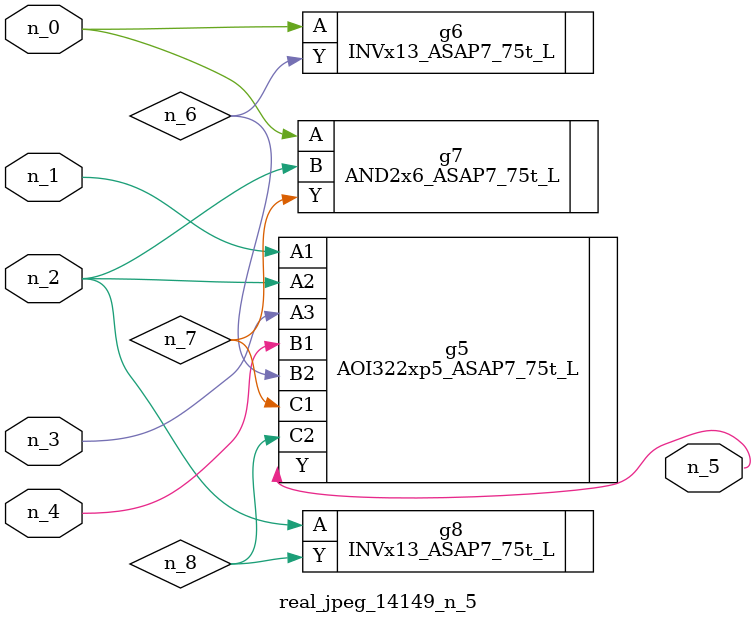
<source format=v>
module real_jpeg_14149_n_5 (n_4, n_0, n_1, n_2, n_3, n_5);

input n_4;
input n_0;
input n_1;
input n_2;
input n_3;

output n_5;

wire n_8;
wire n_6;
wire n_7;

INVx13_ASAP7_75t_L g6 ( 
.A(n_0),
.Y(n_6)
);

AND2x6_ASAP7_75t_L g7 ( 
.A(n_0),
.B(n_2),
.Y(n_7)
);

AOI322xp5_ASAP7_75t_L g5 ( 
.A1(n_1),
.A2(n_2),
.A3(n_3),
.B1(n_4),
.B2(n_6),
.C1(n_7),
.C2(n_8),
.Y(n_5)
);

INVx13_ASAP7_75t_L g8 ( 
.A(n_2),
.Y(n_8)
);


endmodule
</source>
